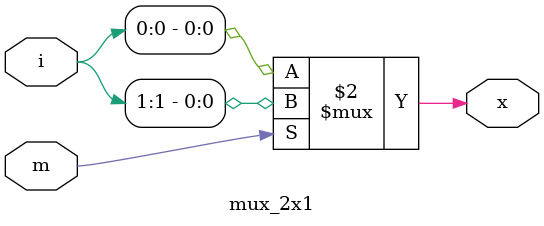
<source format=v>
module mux_2x1(input [1:0] i, input m, output x);
  assign x=(m==0)?i[0]:i[1];
endmodule
</source>
